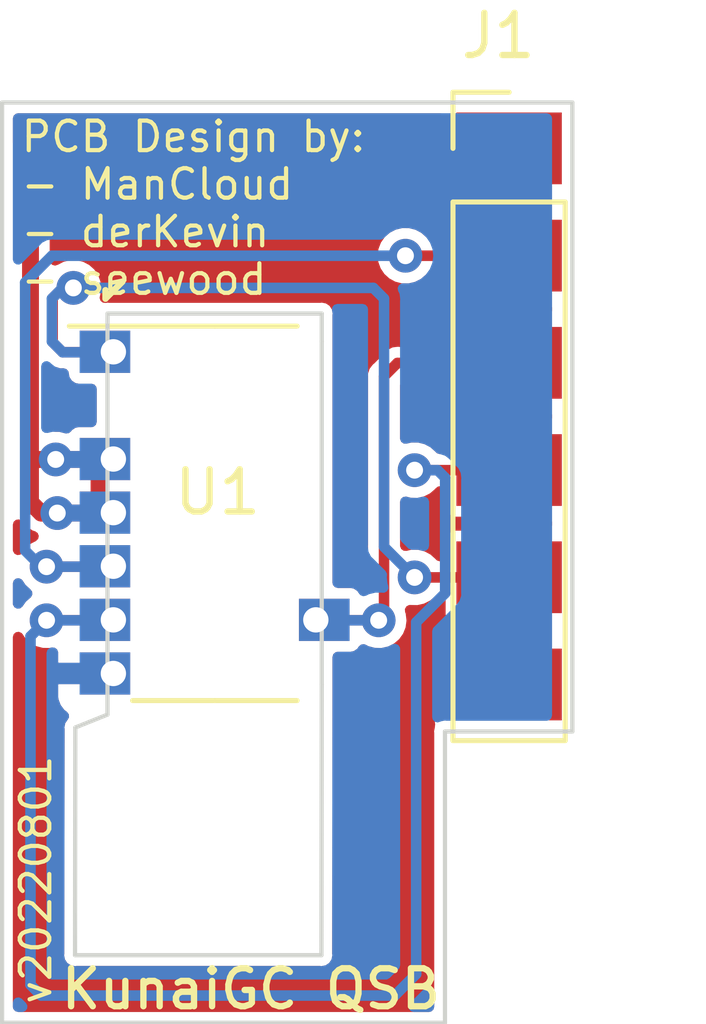
<source format=kicad_pcb>
(kicad_pcb (version 20211014) (generator pcbnew)
  (layers (0 "F.Cu" signal) (31 "B.Cu" signal) (34 "B.Paste" user) (35 "F.Paste" user) (36 "B.SilkS" user "B.Silkscreen") (37 "F.SilkS" user "F.Silkscreen") (38 "B.Mask" user) (39 "F.Mask" user) (44 "Edge.Cuts" user))
  (net 0 "")
  (net 1 "+3V3")
  (net 2 "EXI.~{CS}")
  (net 3 "EXI.OUT")
  (net 4 "EXI.IN")
  (net 5 "EXI.CLK")
  (net 6 "GND")
  (footprint "Eigene:PCB_Con_Flat_01x06" (layer "F.Cu") (at 147.32 79.137)
    (fp_text reference "J1" (at -0.254 -9.017 unlocked) (layer "F.SilkS"))
    (fp_text value "Conn_01x06")
    (fp_line (start -1.33 -7.68) (end 0 -7.68) (layer "F.SilkS") (width 0.12))
    (fp_line (start -1.33 7.68) (end 1.33 7.68) (layer "F.SilkS") (width 0.12))
    (fp_line (start -1.33 -5.08) (end 1.33 -5.08) (layer "F.SilkS") (width 0.12))
    (fp_line (start 1.33 -5.08) (end 1.33 7.68) (layer "F.SilkS") (width 0.12))
    (fp_line (start -1.33 -6.35) (end -1.33 -7.68) (layer "F.SilkS") (width 0.12))
    (fp_line (start -1.33 -5.08) (end -1.33 7.68) (layer "F.SilkS") (width 0.12))
    (pad "1" smd rect (at 0 -6.35) (size 2.5 1.7) (layers "F.Cu" "F.Paste" "F.Mask") (net 1 "+3V3"))
    (pad "2" smd rect (at 0 -3.81) (size 2.5 1.7) (layers "F.Cu" "F.Paste" "F.Mask") (net 2 "EXI.~{CS}"))
    (pad "3" smd rect (at 0 -1.27) (size 2.5 1.7) (layers "F.Cu" "F.Paste" "F.Mask") (net 3 "EXI.OUT"))
    (pad "4" smd rect (at 0 1.27) (size 2.5 1.7) (layers "F.Cu" "F.Paste" "F.Mask") (net 4 "EXI.IN"))
    (pad "5" smd rect (at 0 3.81) (size 2.5 1.7) (layers "F.Cu" "F.Paste" "F.Mask") (net 5 "EXI.CLK"))
    (pad "6" smd rect (at 0 6.35) (size 2.5 1.7) (layers "F.Cu" "F.Paste" "F.Mask") (net 6 "GND"))
  )
  (footprint "Eigene:IPL-Bite" (layer "F.Cu") (at 140.338 81.426)
    (fp_text reference "U1" (at 0.0708 -0.493 unlocked) (layer "F.SilkS"))
    (fp_text value "GC-IPL")
    (fp_line (start 0.0058 4.442) (end -1.9442 4.442) (layer "F.SilkS") (width 0.12))
    (fp_line (start 0.0058 -4.428) (end -3.4442 -4.428) (layer "F.SilkS") (width 0.12))
    (fp_line (start 0.0058 -4.428) (end 1.9558 -4.428) (layer "F.SilkS") (width 0.12))
    (fp_line (start 0.0058 4.442) (end 1.9558 4.442) (layer "F.SilkS") (width 0.12))
    (pad "1" thru_hole rect (at -2.4 -3.82) (size 1.2 1) (drill 0.6 (offset -0.2 0)) (layers *.Cu *.Mask) (net 5 "EXI.CLK"))
    (pad "3" thru_hole rect (at -2.4 -1.28) (size 1.2 1) (drill 0.6 (offset -0.2 0)) (layers *.Cu *.Mask) (net 1 "+3V3"))
    (pad "4" thru_hole rect (at -2.4 -0.01) (size 1.2 1) (drill 0.6 (offset -0.2 0)) (layers *.Cu *.Mask) (net 1 "+3V3"))
    (pad "5" thru_hole rect (at -2.4 1.26) (size 1.2 1) (drill 0.6 (offset -0.2 0)) (layers *.Cu *.Mask) (net 2 "EXI.~{CS}"))
    (pad "6" thru_hole rect (at -2.4 2.53) (size 1.2 1) (drill 0.6 (offset -0.2 0)) (layers *.Cu *.Mask) (net 4 "EXI.IN"))
    (pad "7" thru_hole rect (at -2.4 3.8) (size 1.2 1) (drill 0.6 (offset -0.2 0)) (layers *.Cu *.Mask) (net 6 "GND"))
    (pad "9" thru_hole rect (at 2.4 2.53 180) (size 1.2 1) (drill 0.6 (offset -0.2 0)) (layers *.Cu *.Mask) (net 3 "EXI.OUT"))
  )
  (gr_line (start 137.751 76.146) (end 137.751 76.346) (layer "F.SilkS") (width 0.15))
  (gr_line (start 138.151 75.946) (end 137.751 76.346) (layer "F.SilkS") (width 0.15))
  (gr_line (start 148.82 86.6) (end 145.8 86.6) (layer "Edge.Cuts") (width 0.1))
  (gr_line (start 137.798 86.2) (end 137.036 86.506) (layer "Edge.Cuts") (width 0.1))
  (gr_line (start 142.878 76.7) (end 137.8 76.7) (layer "Edge.Cuts") (width 0.1))
  (gr_line (start 135.3 93.5) (end 145.8 93.5) (layer "Edge.Cuts") (width 0.1))
  (gr_line (start 137.798 85.49) (end 137.798 86.2) (layer "Edge.Cuts") (width 0.1))
  (gr_line (start 142.878 85.49) (end 142.871 91.9) (layer "Edge.Cuts") (width 0.1))
  (gr_line (start 135.3 71.7) (end 135.3 93.5) (layer "Edge.Cuts") (width 0.1))
  (gr_line (start 142.871 91.9) (end 137.029 91.9) (layer "Edge.Cuts") (width 0.1))
  (gr_line (start 148.82 86.6) (end 148.82 71.7) (layer "Edge.Cuts") (width 0.1))
  (gr_line (start 137.798 77.362) (end 137.798 85.49) (layer "Edge.Cuts") (width 0.1))
  (gr_line (start 148.82 71.7) (end 135.3 71.7) (layer "Edge.Cuts") (width 0.1))
  (gr_line (start 137.029 91.9) (end 137.036 86.506) (layer "Edge.Cuts") (width 0.1))
  (gr_line (start 142.878 85.49) (end 142.878 77.362) (layer "Edge.Cuts") (width 0.1))
  (gr_line (start 137.8 76.7) (end 137.798 77.362) (layer "Edge.Cuts") (width 0.1))
  (gr_line (start 142.878 76.7) (end 142.878 77.362) (layer "Edge.Cuts") (width 0.1))
  (gr_line (start 145.8 93.5) (end 145.8 86.6) (layer "Edge.Cuts") (width 0.1))
  (gr_text "KunaiGC QSB" (at 141.2 92.7) (layer "F.SilkS") (effects (font (size 0.9 0.9))))
  (gr_text "v20220801" (at 136.1 93.11 90) (layer "F.SilkS") (effects (font (size 0.7 0.7) (thickness 0.1)) (justify left)))
  (gr_text "PCB Design by:\n- ManCloud\n- derKevin\n- seewood" (at 135.7 74.2) (layer "F.SilkS") (effects (font (size 0.7 0.7) (thickness 0.1)) (justify left)))
  (segment (start 137.59798 81.25485) (end 137.76913 81.426) (width 0.4) (layer "F.Cu") (net 1))
  (segment (start 135.973 81.172) (end 136.227 81.426) (width 0.4) (layer "F.Cu") (net 1))
  (segment (start 137.76913 80.156) (end 137.59798 80.32715) (width 0.4) (layer "F.Cu") (net 1))
  (segment (start 135.973 73.171) (end 135.973 80.283) (width 0.4) (layer "F.Cu") (net 1))
  (segment (start 137.798 80.156) (end 136.1 80.156) (width 0.4) (layer "F.Cu") (net 1))
  (segment (start 136.227 81.426) (end 137.798 81.426) (width 0.4) (layer "F.Cu") (net 1))
  (segment (start 135.973 80.283) (end 135.973 81.172) (width 0.4) (layer "F.Cu") (net 1))
  (segment (start 136.354 72.79) (end 135.973 73.171) (width 0.4) (layer "F.Cu") (net 1))
  (segment (start 146.942 72.79) (end 136.354 72.79) (width 0.4) (layer "F.Cu") (net 1))
  (segment (start 137.59798 80.32715) (end 137.59798 81.25485) (width 0.4) (layer "F.Cu") (net 1))
  (segment (start 136.1 80.156) (end 135.973 80.283) (width 0.4) (layer "F.Cu") (net 1))
  (via (at 136.608 81.426) (size 0.8) (drill 0.4) (layers "F.Cu" "B.Cu") (net 1))
  (via (at 136.5705 80.156) (size 0.8) (drill 0.4) (layers "F.Cu" "B.Cu") (net 1))
  (segment (start 137.798 80.156) (end 136.5705 80.156) (width 0.4) (layer "B.Cu") (net 1))
  (segment (start 137.798 81.426) (end 136.608 81.426) (width 0.4) (layer "B.Cu") (net 1))
  (segment (start 146.942 75.33) (end 144.863 75.33) (width 0.25) (layer "F.Cu") (net 2))
  (segment (start 136.354 82.696) (end 137.798 82.696) (width 0.25) (layer "F.Cu") (net 2))
  (via (at 136.354 82.696) (size 0.8) (drill 0.4) (layers "F.Cu" "B.Cu") (net 2))
  (via (at 144.863 75.33) (size 0.8) (drill 0.4) (layers "F.Cu" "B.Cu") (net 2))
  (segment (start 144.863 75.33) (end 136.481 75.33) (width 0.25) (layer "B.Cu") (net 2))
  (segment (start 136.227 82.696) (end 137.798 82.696) (width 0.25) (layer "B.Cu") (net 2))
  (segment (start 135.846 82.315) (end 136.227 82.696) (width 0.25) (layer "B.Cu") (net 2))
  (segment (start 135.846 75.965) (end 135.846 82.315) (width 0.25) (layer "B.Cu") (net 2))
  (segment (start 136.481 75.33) (end 135.846 75.965) (width 0.25) (layer "B.Cu") (net 2))
  (segment (start 144.355 83.839) (end 144.228 83.966) (width 0.25) (layer "F.Cu") (net 3))
  (segment (start 146.942 77.87) (end 144.6725 77.87) (width 0.25) (layer "F.Cu") (net 3))
  (segment (start 143.974 83.966) (end 142.878 83.966) (width 0.25) (layer "F.Cu") (net 3))
  (segment (start 144.228 83.966) (end 143.974 83.966) (width 0.25) (layer "F.Cu") (net 3))
  (segment (start 144.355 78.1875) (end 144.355 83.839) (width 0.25) (layer "F.Cu") (net 3))
  (segment (start 144.6725 77.87) (end 144.355 78.1875) (width 0.25) (layer "F.Cu") (net 3))
  (via (at 144.228 83.966) (size 0.8) (drill 0.4) (layers "F.Cu" "B.Cu") (net 3))
  (segment (start 144.228 83.966) (end 143.00302 83.966) (width 0.25) (layer "B.Cu") (net 3))
  (segment (start 136.354 83.966) (end 137.67298 83.966) (width 0.25) (layer "F.Cu") (net 4))
  (segment (start 146.942 80.41) (end 145.0795 80.41) (width 0.25) (layer "F.Cu") (net 4))
  (via (at 145.0795 80.41) (size 0.8) (drill 0.4) (layers "F.Cu" "B.Cu") (net 4))
  (via (at 136.354 83.966) (size 0.8) (drill 0.4) (layers "F.Cu" "B.Cu") (net 4))
  (segment (start 145.804011 83.325103) (end 145.117 84.012114) (width 0.25) (layer "B.Cu") (net 4))
  (segment (start 136.354 83.966) (end 137.798 83.966) (width 0.25) (layer "B.Cu") (net 4))
  (segment (start 145.0795 80.41) (end 145.625 80.41) (width 0.25) (layer "B.Cu") (net 4))
  (segment (start 145.625 80.41) (end 145.804011 80.589011) (width 0.25) (layer "B.Cu") (net 4))
  (segment (start 135.973 84.347) (end 136.354 83.966) (width 0.25) (layer "B.Cu") (net 4))
  (segment (start 144.609 92.856) (end 136.227 92.856) (width 0.25) (layer "B.Cu") (net 4))
  (segment (start 145.804011 80.589011) (end 145.804011 83.325103) (width 0.25) (layer "B.Cu") (net 4))
  (segment (start 145.117 84.012114) (end 145.117 92.348) (width 0.25) (layer "B.Cu") (net 4))
  (segment (start 145.117 92.348) (end 144.609 92.856) (width 0.25) (layer "B.Cu") (net 4))
  (segment (start 135.973 92.602) (end 135.973 84.347) (width 0.25) (layer "B.Cu") (net 4))
  (segment (start 136.227 92.856) (end 135.973 92.602) (width 0.25) (layer "B.Cu") (net 4))
  (segment (start 146.942 82.95) (end 145.0795 82.95) (width 0.25) (layer "F.Cu") (net 5))
  (segment (start 136.735 77.616) (end 137.798 77.616) (width 0.25) (layer "F.Cu") (net 5))
  (segment (start 136.989 76.092) (end 136.735 76.092) (width 0.25) (layer "F.Cu") (net 5))
  (segment (start 136.49752 76.32948) (end 136.49752 77.37852) (width 0.25) (layer "F.Cu") (net 5))
  (segment (start 136.49752 77.37852) (end 136.735 77.616) (width 0.25) (layer "F.Cu") (net 5))
  (segment (start 136.735 76.092) (end 136.49752 76.32948) (width 0.25) (layer "F.Cu") (net 5))
  (via (at 145.0795 82.95) (size 0.8) (drill 0.4) (layers "F.Cu" "B.Cu") (net 5))
  (via (at 136.989 76.092) (size 0.8) (drill 0.4) (layers "F.Cu" "B.Cu") (net 5))
  (segment (start 136.481 77.362) (end 136.735 77.616) (width 0.25) (layer "B.Cu") (net 5))
  (segment (start 144.355 76.346) (end 144.101 76.092) (width 0.25) (layer "B.Cu") (net 5))
  (segment (start 136.989 76.092) (end 136.735 76.092) (width 0.25) (layer "B.Cu") (net 5))
  (segment (start 136.735 76.092) (end 136.481 76.346) (width 0.25) (layer "B.Cu") (net 5))
  (segment (start 136.481 76.346) (end 136.481 77.362) (width 0.25) (layer "B.Cu") (net 5))
  (segment (start 144.355 82.2255) (end 144.355 76.346) (width 0.25) (layer "B.Cu") (net 5))
  (segment (start 136.989 76.092) (end 144.101 76.092) (width 0.25) (layer "B.Cu") (net 5))
  (segment (start 145.0795 82.95) (end 144.355 82.2255) (width 0.25) (layer "B.Cu") (net 5))
  (segment (start 136.735 77.616) (end 137.798 77.616) (width 0.25) (layer "B.Cu") (net 5))
  (segment (start 136.481 85.363) (end 136.481 86.633) (width 0.25) (layer "B.Cu") (net 6))
  (segment (start 136.608 85.236) (end 136.481 85.363) (width 0.25) (layer "B.Cu") (net 6))
  (segment (start 137.798 85.236) (end 136.608 85.236) (width 0.25) (layer "B.Cu") (net 6))
  (zone (net 6) (net_name "GND") (layers F&B.Cu) (connect_pads (clearance 0.254)) (min_thickness 0.254) (fill yes (thermal_gap 0.508) (thermal_bridge_width 0.508) (island_removal_mode 1) (island_area_min 0))
    (polygon (pts (xy 148.339 86.633) (xy 145.799 86.633) (xy 145.799 93.491) (xy 135.258 93.491) (xy 135.385 71.774) (xy 148.339 71.774)))
  )
)
</source>
